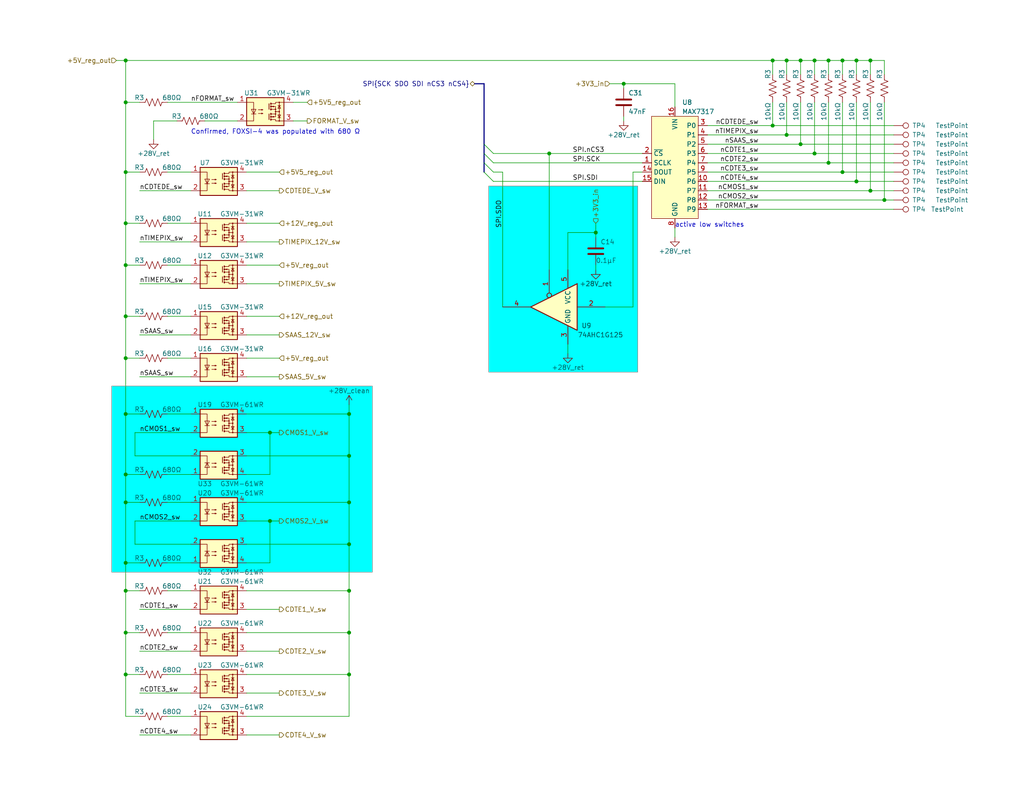
<source format=kicad_sch>
(kicad_sch (version 20230121) (generator eeschema)
  (paper "USLetter")
  (title_block (title "FOXSI-4 Power") (date "2024-10-24") (rev "3") (company "University of Minnesota"))
  (lib_symbols
    (symbol "74xGxx:74AHC1G125"
      (property "Reference" "U" (at -2.54 3.81 0))
      (property "Value" "74AHC1G125" (at 0 -3.81 0))
      (symbol "74AHC1G125_0_1"
        (polyline (pts (xy -7.62 6.35) (xy -7.62 -6.35) (xy 5.08 0) (xy -7.62 6.35)) (stroke (width 0.254)) (fill (type background)))
      )
      (symbol "74AHC1G125_1_1"
        (pin input inverted (at 0 10.16 270) (length 7.62) (name "~") (number "1"))
        (pin input line (at -15.24 0 0) (length 7.62) (name "~") (number "2"))
        (pin power_in line (at -5.08 -10.16 90) (length 5.08) (name "GND") (number "3"))
        (pin tri_state line (at 12.7 0 180) (length 7.62) (name "~") (number "4"))
        (pin power_in line (at -5.08 10.16 270) (length 5.08) (name "VCC") (number "5"))
      )
    )
    (symbol "Connector:TestPoint" (pin_numbers hide) (pin_names (offset 0.762) hide)
      (property "Reference" "TP" (at 0 6.858 0))
      (property "Value" "TestPoint" (at 0 5.08 0))
      (symbol "TestPoint_0_1"
        (circle (center 0 3.302) (radius 0.762))
      )
      (symbol "TestPoint_1_1"
        (pin passive line (at 0 0 90) (length 2.54) (name "1") (number "1"))
      )
    )
    (symbol "Device:C" (pin_numbers hide) (pin_names (offset 0.254))
      (property "Reference" "C" (at 0.635 2.54 0))
      (property "Value" "C" (at 0.635 -2.54 0))
      (symbol "C_0_1"
        (polyline (pts (xy -2.032 -0.762) (xy 2.032 -0.762)) (stroke (width 0.508)))
        (polyline (pts (xy -2.032 0.762) (xy 2.032 0.762)) (stroke (width 0.508)))
      )
      (symbol "C_1_1"
        (pin passive line (at 0 3.81 270) (length 2.794) (name "~") (number "1"))
        (pin passive line (at 0 -3.81 90) (length 2.794) (name "~") (number "2"))
      )
    )
    (symbol "Device:R_US" (pin_numbers hide) (pin_names (offset 0))
      (property "Reference" "R" (at 2.54 0 90))
      (property "Value" "R_US" (at -2.54 0 90))
      (symbol "R_US_0_1"
        (polyline (pts (xy 0 -2.286) (xy 0 -2.54)))
        (polyline (pts (xy 0 2.286) (xy 0 2.54)))
        (polyline (pts (xy 0 -0.762) (xy 1.016 -1.143) (xy 0 -1.524) (xy -1.016 -1.905) (xy 0 -2.286)))
        (polyline (pts (xy 0 0.762) (xy 1.016 0.381) (xy 0 0) (xy -1.016 -0.381) (xy 0 -0.762)))
        (polyline (pts (xy 0 2.286) (xy 1.016 1.905) (xy 0 1.524) (xy -1.016 1.143) (xy 0 0.762)))
      )
      (symbol "R_US_1_1"
        (pin passive line (at 0 3.81 270) (length 1.27) (name "~") (number "1"))
        (pin passive line (at 0 -3.81 90) (length 1.27) (name "~") (number "2"))
      )
    )
    (symbol "Interface_Expansion:MAX7317AEE"
      (property "Reference" "U" (at 2.54 15.24 0))
      (property "Value" "MAX7317" (at 0 0 0))
      (symbol "MAX7317AEE_1_1"
        (rectangle (start -6.35 13.97) (end 6.35 -13.97) (fill (type background)))
        (pin passive line (at -8.89 1.27 0) (length 2.54) (name "SCLK") (number "1"))
        (pin passive line (at 8.89 -3.81 180) (length 2.54) (name "P6") (number "10"))
        (pin passive line (at 8.89 -6.35 180) (length 2.54) (name "P7") (number "11"))
        (pin passive line (at 8.89 -8.89 180) (length 2.54) (name "P8") (number "12"))
        (pin passive line (at 8.89 -11.43 180) (length 2.54) (name "P9") (number "13"))
        (pin passive line (at -8.89 -1.27 0) (length 2.54) (name "DOUT") (number "14"))
        (pin passive line (at -8.89 -3.81 0) (length 2.54) (name "DIN") (number "15"))
        (pin passive line (at 0 16.51 270) (length 2.54) (name "VIN") (number "16"))
        (pin passive line (at -8.89 3.81 0) (length 2.54) (name "~{CS}") (number "2"))
        (pin passive line (at 8.89 11.43 180) (length 2.54) (name "P0") (number "3"))
        (pin passive line (at 8.89 8.89 180) (length 2.54) (name "P1") (number "4"))
        (pin passive line (at 8.89 6.35 180) (length 2.54) (name "P2") (number "5"))
        (pin passive line (at 8.89 3.81 180) (length 2.54) (name "P3") (number "6"))
        (pin passive line (at 8.89 1.27 180) (length 2.54) (name "P4") (number "7"))
        (pin passive line (at 0 -16.51 90) (length 2.54) (name "GND") (number "8"))
        (pin passive line (at 8.89 -1.27 180) (length 2.54) (name "P5") (number "9"))
      )
    )
    (symbol "Relay_SolidState:G3VM-X1WR"
      (property "Reference" "U" (at -5.08 5.08 0))
      (property "Value" "G3VM-X1WR" (at 0 5.08 0))
      (symbol "G3VM-X1WR_0_1"
        (rectangle (start -5.08 3.81) (end 5.08 -3.81) (stroke (width 0.254)) (fill (type background)))
        (polyline (pts (xy -3.81 -0.635) (xy -2.54 -0.635)))
        (polyline (pts (xy 1.016 -0.635) (xy 1.016 -2.159)) (stroke (width 0.2032)))
        (polyline (pts (xy 1.016 2.159) (xy 1.016 0.635)) (stroke (width 0.2032)))
        (polyline (pts (xy 1.524 -0.508) (xy 1.524 -0.762)) (stroke (width 0.3556)))
        (polyline (pts (xy 2.794 0) (xy 3.81 0)))
        (polyline (pts (xy 3.429 -1.651) (xy 4.191 -1.651)))
        (polyline (pts (xy 3.429 1.651) (xy 4.191 1.651)))
        (polyline (pts (xy 3.81 -2.54) (xy 3.81 2.54)))
        (polyline (pts (xy 1.524 -2.032) (xy 1.524 -2.286) (xy 1.524 -2.286)) (stroke (width 0.3556)))
        (polyline (pts (xy 1.524 -1.27) (xy 1.524 -1.524) (xy 1.524 -1.524)) (stroke (width 0.3556)))
        (polyline (pts (xy 1.524 0.762) (xy 1.524 0.508) (xy 1.524 0.508)) (stroke (width 0.3556)))
        (polyline (pts (xy 1.524 1.524) (xy 1.524 1.27) (xy 1.524 1.27)) (stroke (width 0.3556)))
        (polyline (pts (xy 1.524 2.286) (xy 1.524 2.032) (xy 1.524 2.032)) (stroke (width 0.3556)))
        (polyline (pts (xy 1.651 -1.397) (xy 2.794 -1.397) (xy 2.794 -0.635)))
        (polyline (pts (xy 1.651 1.397) (xy 2.794 1.397) (xy 2.794 0.635)))
        (polyline (pts (xy -5.08 2.54) (xy -3.175 2.54) (xy -3.175 -2.54) (xy -5.08 -2.54)))
        (polyline (pts (xy -3.175 -0.635) (xy -3.81 0.635) (xy -2.54 0.635) (xy -3.175 -0.635)))
        (polyline (pts (xy 1.651 -2.159) (xy 2.794 -2.159) (xy 2.794 -2.54) (xy 5.08 -2.54)))
        (polyline (pts (xy 1.651 -0.635) (xy 2.794 -0.635) (xy 2.794 0.635) (xy 1.651 0.635)))
        (polyline (pts (xy 1.651 2.159) (xy 2.794 2.159) (xy 2.794 2.54) (xy 5.08 2.54)))
        (polyline (pts (xy 1.778 -1.397) (xy 2.286 -1.27) (xy 2.286 -1.524) (xy 1.778 -1.397)))
        (polyline (pts (xy 1.778 1.397) (xy 2.286 1.524) (xy 2.286 1.27) (xy 1.778 1.397)))
        (polyline (pts (xy 3.81 -1.651) (xy 3.429 -0.889) (xy 4.191 -0.889) (xy 3.81 -1.651)))
        (polyline (pts (xy 3.81 1.651) (xy 3.429 0.889) (xy 4.191 0.889) (xy 3.81 1.651)))
        (polyline (pts (xy -1.905 -0.508) (xy -0.635 -0.508) (xy -1.016 -0.635) (xy -1.016 -0.381) (xy -0.635 -0.508)))
        (polyline (pts (xy -1.905 0.508) (xy -0.635 0.508) (xy -1.016 0.381) (xy -1.016 0.635) (xy -0.635 0.508)))
        (circle (center 2.794 -0.635) (radius 0.127))
        (circle (center 2.794 0) (radius 0.127))
        (circle (center 2.794 0.635) (radius 0.127))
        (circle (center 3.81 -2.54) (radius 0.127))
        (circle (center 3.81 0) (radius 0.127))
        (circle (center 3.81 2.54) (radius 0.127))
      )
      (symbol "G3VM-X1WR_1_1"
        (pin passive line (at -7.62 2.54 0) (length 2.54) (name "~") (number "1"))
        (pin passive line (at -7.62 -2.54 0) (length 2.54) (name "~") (number "2"))
        (pin passive line (at 7.62 -2.54 180) (length 2.54) (name "~") (number "3"))
        (pin passive line (at 7.62 2.54 180) (length 2.54) (name "~") (number "4"))
      )
    )
    (symbol "power:+28V_clean" (power) (pin_names (offset 0))
      (property "Value" "+28V_clean" (at 0 3.556 0))
      (symbol "+28V_clean_0_1"
        (polyline (pts (xy -0.762 1.27) (xy 0 2.54)))
        (polyline (pts (xy 0 0) (xy 0 2.54)))
        (polyline (pts (xy 0 2.54) (xy 0.762 1.27)))
      )
      (symbol "+28V_clean_1_1"
        (pin power_in line (at 0 0 90) (length 0) hide (name "+28V_clean") (number "1"))
      )
    )
    (symbol "power:+28V_ret" (power) (pin_names (offset 0))
      (property "Value" "+28V_ret" (at 0 -3.81 0))
      (symbol "+28V_ret_0_1"
        (polyline (pts (xy 0 0) (xy 0 -1.27) (xy 1.27 -1.27) (xy 0 -2.54) (xy -1.27 -1.27) (xy 0 -1.27)))
      )
      (symbol "+28V_ret_1_1"
        (pin power_in line (at 0 0 270) (length 0) hide (name "+28V_ret") (number "1"))
      )
    )
  )
  (junction (at 170.18 22.86))
  (junction (at 162.56 63.5))
  (junction (at 34.29 72.39))
  (junction (at 34.29 161.29))
  (junction (at 214.63 36.83))
  (junction (at 34.29 60.96))
  (junction (at 237.49 16.51))
  (junction (at 95.25 161.29))
  (junction (at 226.06 16.51))
  (junction (at 229.87 46.99))
  (junction (at 95.25 148.59))
  (junction (at 34.29 184.15))
  (junction (at 34.29 172.72))
  (junction (at 34.29 86.36))
  (junction (at 34.29 16.51))
  (junction (at 95.25 172.72))
  (junction (at 34.29 129.54))
  (junction (at 34.29 27.94))
  (junction (at 237.49 52.07))
  (junction (at 222.25 16.51))
  (junction (at 222.25 41.91))
  (junction (at 233.68 16.51))
  (junction (at 95.25 124.46))
  (junction (at 95.25 113.03))
  (junction (at 34.29 153.67))
  (junction (at 73.66 118.11))
  (junction (at 229.87 16.51))
  (junction (at 34.29 113.03))
  (junction (at 210.82 34.29))
  (junction (at 95.25 184.15))
  (junction (at 34.29 46.99))
  (junction (at 149.86 41.91))
  (junction (at 34.29 137.16))
  (junction (at 214.63 16.51))
  (junction (at 210.82 16.51))
  (junction (at 95.25 137.16))
  (junction (at 241.3 54.61))
  (junction (at 233.68 49.53))
  (junction (at 218.44 39.37))
  (junction (at 73.66 142.24))
  (junction (at 218.44 16.51))
  (junction (at 34.29 97.79))
  (junction (at 226.06 44.45))
  (bus_entry (at 132.08 39.37) (size 2.54 2.54))
  (bus_entry (at 132.08 44.45) (size 2.54 2.54))
  (bus_entry (at 132.08 46.99) (size 2.54 2.54))
  (bus_entry (at 132.08 41.91) (size 2.54 2.54))
  (wire (pts (xy 67.31 46.99) (xy 76.2 46.99)))
  (wire (pts (xy 193.04 54.61) (xy 241.3 54.61)))
  (wire (pts (xy 34.29 46.99) (xy 38.1 46.99)))
  (wire (pts (xy 73.66 142.24) (xy 76.2 142.24)))
  (wire (pts (xy 134.62 44.45) (xy 175.26 44.45)))
  (wire (pts (xy 34.29 137.16) (xy 38.1 137.16)))
  (wire (pts (xy 34.29 184.15) (xy 34.29 195.58)))
  (wire (pts (xy 193.04 44.45) (xy 226.06 44.45)))
  (wire (pts (xy 170.18 22.86) (xy 170.18 24.13)))
  (wire (pts (xy 38.1 177.8) (xy 52.07 177.8)))
  (wire (pts (xy 162.56 73.66) (xy 162.56 72.39)))
  (wire (pts (xy 45.72 27.94) (xy 64.77 27.94)))
  (wire (pts (xy 193.04 49.53) (xy 233.68 49.53)))
  (wire (pts (xy 149.86 41.91) (xy 175.26 41.91)))
  (wire (pts (xy 154.94 63.5) (xy 162.56 63.5)))
  (wire (pts (xy 95.25 184.15) (xy 95.25 195.58)))
  (wire (pts (xy 34.29 97.79) (xy 38.1 97.79)))
  (bus (pts (xy 132.08 41.91) (xy 132.08 39.37)))
  (wire (pts (xy 241.3 54.61) (xy 243.84 54.61)))
  (wire (pts (xy 241.3 27.94) (xy 241.3 54.61)))
  (wire (pts (xy 31.75 16.51) (xy 34.29 16.51)))
  (wire (pts (xy 80.01 27.94) (xy 83.82 27.94)))
  (wire (pts (xy 34.29 129.54) (xy 34.29 137.16)))
  (wire (pts (xy 38.1 200.66) (xy 52.07 200.66)))
  (wire (pts (xy 45.72 60.96) (xy 52.07 60.96)))
  (wire (pts (xy 45.72 129.54) (xy 52.07 129.54)))
  (wire (pts (xy 222.25 41.91) (xy 243.84 41.91)))
  (wire (pts (xy 34.29 172.72) (xy 38.1 172.72)))
  (wire (pts (xy 241.3 20.32) (xy 241.3 16.51)))
  (wire (pts (xy 34.29 184.15) (xy 38.1 184.15)))
  (wire (pts (xy 67.31 102.87) (xy 76.2 102.87)))
  (wire (pts (xy 34.29 97.79) (xy 34.29 113.03)))
  (wire (pts (xy 45.72 72.39) (xy 52.07 72.39)))
  (wire (pts (xy 34.29 72.39) (xy 38.1 72.39)))
  (wire (pts (xy 45.72 137.16) (xy 52.07 137.16)))
  (wire (pts (xy 222.25 27.94) (xy 222.25 41.91)))
  (wire (pts (xy 34.29 46.99) (xy 34.29 60.96)))
  (wire (pts (xy 67.31 113.03) (xy 95.25 113.03)))
  (wire (pts (xy 67.31 77.47) (xy 76.2 77.47)))
  (wire (pts (xy 184.15 22.86) (xy 184.15 29.21)))
  (wire (pts (xy 38.1 52.07) (xy 52.07 52.07)))
  (bus (pts (xy 132.08 46.99) (xy 132.08 44.45)))
  (wire (pts (xy 233.68 27.94) (xy 233.68 49.53)))
  (wire (pts (xy 45.72 113.03) (xy 52.07 113.03)))
  (wire (pts (xy 34.29 153.67) (xy 34.29 161.29)))
  (wire (pts (xy 73.66 142.24) (xy 73.66 153.67)))
  (wire (pts (xy 36.83 148.59) (xy 52.07 148.59)))
  (wire (pts (xy 233.68 16.51) (xy 233.68 20.32)))
  (wire (pts (xy 67.31 166.37) (xy 76.2 166.37)))
  (wire (pts (xy 95.25 124.46) (xy 95.25 137.16)))
  (wire (pts (xy 226.06 27.94) (xy 226.06 44.45)))
  (wire (pts (xy 73.66 118.11) (xy 76.2 118.11)))
  (wire (pts (xy 222.25 16.51) (xy 218.44 16.51)))
  (wire (pts (xy 80.01 33.02) (xy 83.82 33.02)))
  (wire (pts (xy 193.04 36.83) (xy 214.63 36.83)))
  (wire (pts (xy 34.29 72.39) (xy 34.29 86.36)))
  (wire (pts (xy 34.29 113.03) (xy 38.1 113.03)))
  (wire (pts (xy 34.29 172.72) (xy 34.29 184.15)))
  (wire (pts (xy 73.66 129.54) (xy 67.31 129.54)))
  (wire (pts (xy 36.83 124.46) (xy 52.07 124.46)))
  (wire (pts (xy 193.04 52.07) (xy 237.49 52.07)))
  (wire (pts (xy 45.72 184.15) (xy 52.07 184.15)))
  (wire (pts (xy 162.56 63.5) (xy 162.56 64.77)))
  (wire (pts (xy 241.3 16.51) (xy 237.49 16.51)))
  (wire (pts (xy 45.72 153.67) (xy 52.07 153.67)))
  (wire (pts (xy 67.31 148.59) (xy 95.25 148.59)))
  (wire (pts (xy 95.25 172.72) (xy 95.25 184.15)))
  (wire (pts (xy 149.86 41.91) (xy 149.86 73.66)))
  (wire (pts (xy 229.87 46.99) (xy 243.84 46.99)))
  (wire (pts (xy 73.66 153.67) (xy 67.31 153.67)))
  (wire (pts (xy 233.68 49.53) (xy 243.84 49.53)))
  (wire (pts (xy 184.15 62.23) (xy 184.15 64.77)))
  (wire (pts (xy 34.29 60.96) (xy 38.1 60.96)))
  (wire (pts (xy 218.44 16.51) (xy 218.44 20.32)))
  (wire (pts (xy 214.63 27.94) (xy 214.63 36.83)))
  (wire (pts (xy 36.83 148.59) (xy 36.83 142.24)))
  (wire (pts (xy 34.29 161.29) (xy 34.29 172.72)))
  (wire (pts (xy 237.49 52.07) (xy 243.84 52.07)))
  (wire (pts (xy 67.31 118.11) (xy 73.66 118.11)))
  (wire (pts (xy 134.62 46.99) (xy 137.16 46.99)))
  (wire (pts (xy 67.31 137.16) (xy 95.25 137.16)))
  (wire (pts (xy 222.25 16.51) (xy 222.25 20.32)))
  (wire (pts (xy 237.49 27.94) (xy 237.49 52.07)))
  (wire (pts (xy 193.04 46.99) (xy 229.87 46.99)))
  (wire (pts (xy 73.66 118.11) (xy 73.66 129.54)))
  (wire (pts (xy 45.72 195.58) (xy 52.07 195.58)))
  (wire (pts (xy 45.72 161.29) (xy 52.07 161.29)))
  (wire (pts (xy 237.49 16.51) (xy 233.68 16.51)))
  (wire (pts (xy 34.29 27.94) (xy 34.29 46.99)))
  (wire (pts (xy 34.29 195.58) (xy 38.1 195.58)))
  (wire (pts (xy 134.62 41.91) (xy 149.86 41.91)))
  (wire (pts (xy 170.18 31.75) (xy 170.18 33.02)))
  (wire (pts (xy 233.68 16.51) (xy 229.87 16.51)))
  (wire (pts (xy 34.29 137.16) (xy 34.29 153.67)))
  (wire (pts (xy 45.72 97.79) (xy 52.07 97.79)))
  (wire (pts (xy 38.1 91.44) (xy 52.07 91.44)))
  (wire (pts (xy 229.87 16.51) (xy 226.06 16.51)))
  (wire (pts (xy 67.31 142.24) (xy 73.66 142.24)))
  (wire (pts (xy 172.72 83.82) (xy 172.72 46.99)))
  (wire (pts (xy 210.82 34.29) (xy 243.84 34.29)))
  (wire (pts (xy 34.29 27.94) (xy 38.1 27.94)))
  (wire (pts (xy 34.29 16.51) (xy 34.29 27.94)))
  (wire (pts (xy 67.31 86.36) (xy 76.2 86.36)))
  (wire (pts (xy 38.1 189.23) (xy 52.07 189.23)))
  (wire (pts (xy 134.62 49.53) (xy 175.26 49.53)))
  (wire (pts (xy 36.83 142.24) (xy 52.07 142.24)))
  (wire (pts (xy 214.63 36.83) (xy 243.84 36.83)))
  (wire (pts (xy 67.31 52.07) (xy 76.2 52.07)))
  (wire (pts (xy 218.44 27.94) (xy 218.44 39.37)))
  (wire (pts (xy 38.1 66.04) (xy 52.07 66.04)))
  (wire (pts (xy 45.72 172.72) (xy 52.07 172.72)))
  (wire (pts (xy 45.72 46.99) (xy 52.07 46.99)))
  (wire (pts (xy 193.04 34.29) (xy 210.82 34.29)))
  (wire (pts (xy 67.31 189.23) (xy 76.2 189.23)))
  (wire (pts (xy 34.29 129.54) (xy 38.1 129.54)))
  (wire (pts (xy 226.06 44.45) (xy 243.84 44.45)))
  (wire (pts (xy 38.1 77.47) (xy 52.07 77.47)))
  (wire (pts (xy 237.49 16.51) (xy 237.49 20.32)))
  (wire (pts (xy 154.94 73.66) (xy 154.94 63.5)))
  (wire (pts (xy 34.29 113.03) (xy 34.29 129.54)))
  (bus (pts (xy 129.54 22.86) (xy 132.08 22.86)))
  (wire (pts (xy 95.25 110.49) (xy 95.25 113.03)))
  (wire (pts (xy 137.16 46.99) (xy 137.16 83.82)))
  (wire (pts (xy 67.31 177.8) (xy 76.2 177.8)))
  (wire (pts (xy 218.44 39.37) (xy 243.84 39.37)))
  (wire (pts (xy 34.29 16.51) (xy 210.82 16.51)))
  (wire (pts (xy 34.29 153.67) (xy 38.1 153.67)))
  (wire (pts (xy 95.25 113.03) (xy 95.25 124.46)))
  (wire (pts (xy 193.04 41.91) (xy 222.25 41.91)))
  (wire (pts (xy 154.94 93.98) (xy 154.94 96.52)))
  (wire (pts (xy 214.63 16.51) (xy 214.63 20.32)))
  (wire (pts (xy 67.31 172.72) (xy 95.25 172.72)))
  (wire (pts (xy 38.1 166.37) (xy 52.07 166.37)))
  (wire (pts (xy 170.18 22.86) (xy 184.15 22.86)))
  (wire (pts (xy 34.29 86.36) (xy 34.29 97.79)))
  (bus (pts (xy 132.08 39.37) (xy 132.08 22.86)))
  (wire (pts (xy 95.25 148.59) (xy 95.25 161.29)))
  (wire (pts (xy 172.72 83.82) (xy 165.1 83.82)))
  (wire (pts (xy 67.31 91.44) (xy 76.2 91.44)))
  (wire (pts (xy 210.82 16.51) (xy 210.82 20.32)))
  (wire (pts (xy 193.04 39.37) (xy 218.44 39.37)))
  (wire (pts (xy 48.26 33.02) (xy 41.91 33.02)))
  (wire (pts (xy 38.1 102.87) (xy 52.07 102.87)))
  (wire (pts (xy 172.72 46.99) (xy 175.26 46.99)))
  (wire (pts (xy 193.04 57.15) (xy 243.84 57.15)))
  (wire (pts (xy 162.56 60.96) (xy 162.56 63.5)))
  (wire (pts (xy 67.31 184.15) (xy 95.25 184.15)))
  (wire (pts (xy 67.31 97.79) (xy 76.2 97.79)))
  (wire (pts (xy 67.31 60.96) (xy 76.2 60.96)))
  (wire (pts (xy 95.25 137.16) (xy 95.25 148.59)))
  (wire (pts (xy 95.25 161.29) (xy 95.25 172.72)))
  (wire (pts (xy 229.87 16.51) (xy 229.87 20.32)))
  (wire (pts (xy 229.87 27.94) (xy 229.87 46.99)))
  (wire (pts (xy 210.82 27.94) (xy 210.82 34.29)))
  (wire (pts (xy 67.31 200.66) (xy 76.2 200.66)))
  (wire (pts (xy 36.83 124.46) (xy 36.83 118.11)))
  (wire (pts (xy 214.63 16.51) (xy 210.82 16.51)))
  (wire (pts (xy 36.83 118.11) (xy 52.07 118.11)))
  (wire (pts (xy 226.06 16.51) (xy 222.25 16.51)))
  (wire (pts (xy 67.31 72.39) (xy 76.2 72.39)))
  (bus (pts (xy 132.08 44.45) (xy 132.08 41.91)))
  (wire (pts (xy 166.37 22.86) (xy 170.18 22.86)))
  (wire (pts (xy 45.72 86.36) (xy 52.07 86.36)))
  (wire (pts (xy 67.31 161.29) (xy 95.25 161.29)))
  (wire (pts (xy 34.29 60.96) (xy 34.29 72.39)))
  (wire (pts (xy 41.91 33.02) (xy 41.91 38.1)))
  (wire (pts (xy 218.44 16.51) (xy 214.63 16.51)))
  (wire (pts (xy 67.31 195.58) (xy 95.25 195.58)))
  (wire (pts (xy 226.06 16.51) (xy 226.06 20.32)))
  (wire (pts (xy 67.31 124.46) (xy 95.25 124.46)))
  (wire (pts (xy 67.31 66.04) (xy 76.2 66.04)))
  (wire (pts (xy 34.29 161.29) (xy 38.1 161.29)))
  (wire (pts (xy 55.88 33.02) (xy 64.77 33.02)))
  (wire (pts (xy 34.29 86.36) (xy 38.1 86.36)))
  (rectangle (start 30.48 105.41) (end 101.6 156.21) (stroke (width 0) (color 132 132 132 1)) (fill (type color) (color 0 255 255 1)))
  (rectangle (start 133.35 50.8) (end 173.99 101.6) (stroke (width 0) (color 132 132 132 1)) (fill (type color) (color 0 255 255 1)))
  (text "active low switches" (at 184.15 62.23 0) (effects (font (size 1.27 1.27)) (justify left bottom)))
  (text "Confirmed, FOXSI-4 was populated with 680 Ω" (at 52.07 36.83 0) (effects (font (size 1.27 1.27)) (justify left bottom)))
  (label "nSAAS_sw" (at 207.01 39.37 180))
  (label "nCDTEDE_sw" (at 38.1 52.07 0))
  (label "nCDTE4_sw" (at 38.1 200.66 0))
  (label "nTIMEPIX_sw" (at 207.01 36.83 180))
  (label "nSAAS_sw" (at 38.1 102.87 0))
  (label "nSAAS_sw" (at 38.1 91.44 0))
  (label "SPI.nCS3" (at 156.21 41.91 0))
  (label "nCDTE3_sw" (at 38.1 189.23 0))
  (label "nTIMEPIX_sw" (at 38.1 66.04 0))
  (label "nCDTE3_sw" (at 207.01 46.99 180))
  (label "nTIMEPIX_sw" (at 38.1 77.47 0))
  (label "SPI.SDO" (at 137.16 62.23 90))
  (label "nCDTEDE_sw" (at 207.01 34.29 180))
  (label "nCDTE1_sw" (at 38.1 166.37 0))
  (label "nCMOS1_sw" (at 207.01 52.07 180))
  (label "nFORMAT_sw" (at 52.07 27.94 0))
  (label "SPI.SCK" (at 156.21 44.45 0))
  (label "nCDTE4_sw" (at 207.01 49.53 180))
  (label "nCMOS2_sw" (at 207.01 54.61 180))
  (label "nCDTE2_sw" (at 207.01 44.45 180))
  (label "nCMOS2_sw" (at 38.1 142.24 0))
  (label "nCDTE2_sw" (at 38.1 177.8 0))
  (label "nCDTE1_sw" (at 207.01 41.91 180))
  (label "nFORMAT_sw" (at 207.01 57.15 180))
  (label "nCMOS1_sw" (at 38.1 118.11 0))
  (label "SPI.SDI" (at 156.21 49.53 0))
  (hierarchical_label "+5V5_reg_out" (shape input) (at 76.2 46.99 0))
  (hierarchical_label "CMOS2_V_sw" (shape output) (at 76.2 142.24 0))
  (hierarchical_label "+5V5_reg_out" (shape input) (at 83.82 27.94 0))
  (hierarchical_label "TIMEPIX_12V_sw" (shape output) (at 76.2 66.04 0))
  (hierarchical_label "+12V_reg_out" (shape input) (at 76.2 86.36 0))
  (hierarchical_label "CMOS1_V_sw" (shape output) (at 76.2 118.11 0))
  (hierarchical_label "SPI{SCK SDO SDI nCS3 nCS4}" (shape bidirectional) (at 129.54 22.86 180))
  (hierarchical_label "+5V_reg_out" (shape input) (at 76.2 97.79 0))
  (hierarchical_label "CDTE2_V_sw" (shape output) (at 76.2 177.8 0))
  (hierarchical_label "+5V_reg_out" (shape input) (at 31.75 16.51 180))
  (hierarchical_label "CDTE4_V_sw" (shape output) (at 76.2 200.66 0))
  (hierarchical_label "CDTE3_V_sw" (shape output) (at 76.2 189.23 0))
  (hierarchical_label "+5V_reg_out" (shape input) (at 76.2 72.39 0))
  (hierarchical_label "TIMEPIX_5V_sw" (shape output) (at 76.2 77.47 0))
  (hierarchical_label "+12V_reg_out" (shape input) (at 76.2 60.96 0))
  (hierarchical_label "CDTE1_V_sw" (shape output) (at 76.2 166.37 0))
  (hierarchical_label "FORMAT_V_sw" (shape output) (at 83.82 33.02 0))
  (hierarchical_label "SAAS_12V_sw" (shape output) (at 76.2 91.44 0))
  (hierarchical_label "+3V3_in" (shape input) (at 162.56 60.96 90))
  (hierarchical_label "+3V3_in" (shape input) (at 166.37 22.86 180))
  (hierarchical_label "SAAS_5V_sw" (shape output) (at 76.2 102.87 0))
  (hierarchical_label "CDTEDE_V_sw" (shape output) (at 76.2 52.07 0))
  (symbol (lib_id "power:+28V_ret") (at 41.91 38.1 0) (unit 1)
    (property "Reference" "#PWR09" (effects hide))
    (property "Value" "+28V_ret" (at 41.91 41.91 0))
    (instances (project "power" (path "" (reference "#PWR09") (unit 1)) (path "" (reference "#PWR039") (unit 1))))
  )
  (symbol (lib_id "Connector:TestPoint") (at 243.84 39.37 270) (unit 1)
    (property "Reference" "TP4" (at 248.92 39.37 90) (effects (justify left)))
    (property "Value" "TestPoint" (at 255.27 39.37 90) (effects (justify left)))
    (property "Footprint" "TestPoint:TestPoint_THTPad_D1.5mm_Drill0.7mm" (effects hide))
    (instances (project "power" (path "" (reference "TP4") (unit 1)) (path "" (reference "TP16") (unit 1))))
  )
  (symbol (lib_id "Device:R_US") (at 41.91 137.16 90) (unit 1)
    (property "Reference" "R3" (at 39.37 135.89 90) (effects (justify left)))
    (property "Value" "680Ω" (at 49.53 135.89 90) (effects (justify left)))
    (property "Footprint" "Resistor_SMD:R_0603_1608Metric" (effects hide))
    (instances (project "power" (path "" (reference "R3") (unit 1)) (path "" (reference "R20") (unit 1))))
  )
  (symbol (lib_id "Device:C") (at 170.18 27.94 0) (unit 1)
    (property "Reference" "C31" (at 171.45 25.4 0) (effects (justify left)))
    (property "Value" "47nF" (at 171.45 30.48 0) (effects (justify left)))
    (property "Footprint" "Resistor_SMD:R_0603_1608Metric" (effects hide))
    (instances (project "power" (path "" (reference "C31") (unit 1)) (path "" (reference "C33") (unit 1)) (path "" (reference "C38") (unit 1))))
  )
  (symbol (lib_id "power:+28V_ret") (at 162.56 73.66 0) (unit 1)
    (property "Reference" "#PWR09" (effects hide))
    (property "Value" "+28V_ret" (at 162.56 77.47 0))
    (instances (project "power" (path "" (reference "#PWR09") (unit 1)) (path "" (reference "#PWR041") (unit 1))))
  )
  (symbol (lib_id "Device:C") (at 162.56 68.58 0) (unit 1)
    (property "Reference" "C14" (at 163.83 66.04 0) (effects (justify left)))
    (property "Value" "0.1µF" (at 162.56 71.12 0) (effects (justify left)))
    (property "Footprint" "Resistor_SMD:R_0603_1608Metric" (effects hide))
    (instances (project "power" (path "" (reference "C14") (unit 1)) (path "" (reference "C67") (unit 1))))
  )
  (symbol (lib_id "Device:R_US") (at 41.91 97.79 90) (unit 1)
    (property "Reference" "R3" (at 39.37 96.52 90) (effects (justify left)))
    (property "Value" "680Ω" (at 49.53 96.52 90) (effects (justify left)))
    (property "Footprint" "Resistor_SMD:R_0603_1608Metric" (effects hide))
    (instances (project "power" (path "" (reference "R3") (unit 1)) (path "" (reference "R18") (unit 1))))
  )
  (symbol (lib_id "Device:R_US") (at 52.07 33.02 90) (unit 1)
    (property "Reference" "R3" (at 49.53 31.75 90) (effects (justify left)))
    (property "Value" "680Ω" (at 59.69 31.75 90) (effects (justify left)))
    (property "Footprint" "Resistor_SMD:R_0603_1608Metric" (effects hide))
    (instances (project "power" (path "" (reference "R3") (unit 1)) (path "" (reference "R14") (unit 1))))
  )
  (symbol (lib_id "Device:R_US") (at 41.91 86.36 90) (unit 1)
    (property "Reference" "R3" (at 39.37 85.09 90) (effects (justify left)))
    (property "Value" "680Ω" (at 49.53 85.09 90) (effects (justify left)))
    (property "Footprint" "Resistor_SMD:R_0603_1608Metric" (effects hide))
    (instances (project "power" (path "" (reference "R3") (unit 1)) (path "" (reference "R17") (unit 1))))
  )
  (symbol (lib_id "Device:R_US") (at 41.91 184.15 90) (unit 1)
    (property "Reference" "R3" (at 39.37 182.88 90) (effects (justify left)))
    (property "Value" "680Ω" (at 49.53 182.88 90) (effects (justify left)))
    (property "Footprint" "Resistor_SMD:R_0603_1608Metric" (effects hide))
    (instances (project "power" (path "" (reference "R3") (unit 1)) (path "" (reference "R23") (unit 1))))
  )
  (symbol (lib_id "Device:R_US") (at 41.91 153.67 90) (unit 1)
    (property "Reference" "R3" (at 39.37 152.4 90) (effects (justify left)))
    (property "Value" "680Ω" (at 49.53 152.4 90) (effects (justify left)))
    (property "Footprint" "Resistor_SMD:R_0603_1608Metric" (effects hide))
    (instances (project "power" (path "" (reference "R3") (unit 1)) (path "" (reference "R28") (unit 1))))
  )
  (symbol (lib_id "Relay_SolidState:G3VM-X1WR") (at 59.69 151.13 0) (mirror x) (unit 1)
    (property "Reference" "U32" (at 55.88 156.21 0))
    (property "Value" "G3VM-61WR" (at 66.04 156.21 0))
    (property "Footprint" "Package_DFN_QFN:LDFN-4_2.1x3.4mm" (effects hide))
    (property "Datasheet" "https://omronfs.omron.com/en_US/ecb/products/pdf/k334-e1.pdf" (effects hide))
    (property "Digikey" "39-G3VM-31WR(TR05)CT-ND" (effects hide))
  )
  (symbol (lib_id "Connector:TestPoint") (at 243.84 36.83 270) (unit 1)
    (property "Reference" "TP4" (at 248.92 36.83 90) (effects (justify left)))
    (property "Value" "TestPoint" (at 255.27 36.83 90) (effects (justify left)))
    (property "Footprint" "TestPoint:TestPoint_THTPad_D1.5mm_Drill0.7mm" (effects hide))
    (instances (project "power" (path "" (reference "TP4") (unit 1)) (path "" (reference "TP15") (unit 1))))
  )
  (symbol (lib_id "Device:R_US") (at 226.06 24.13 0) (unit 1)
    (property "Reference" "R3" (at 224.79 21.59 90) (effects (justify left)))
    (property "Value" "10kΩ" (at 224.79 33.02 90) (effects (justify left)))
    (property "Footprint" "Resistor_SMD:R_0603_1608Metric" (effects hide))
    (instances (project "power" (path "" (reference "R3") (unit 1)) (path "" (reference "R33") (unit 1))))
  )
  (symbol (lib_id "Relay_SolidState:G3VM-X1WR") (at 59.69 175.26 0) (unit 1)
    (property "Reference" "U22" (at 55.88 170.18 0))
    (property "Value" "G3VM-61WR" (at 66.04 170.18 0))
    (property "Footprint" "Package_DFN_QFN:LDFN-4_2.1x3.4mm" (effects hide))
    (property "Datasheet" "https://omronfs.omron.com/en_US/ecb/products/pdf/k334-e1.pdf" (effects hide))
    (property "Digikey" "39-G3VM-31WR(TR05)CT-ND" (effects hide))
  )
  (symbol (lib_id "Device:R_US") (at 41.91 27.94 90) (unit 1)
    (property "Reference" "R3" (at 39.37 26.67 90) (effects (justify left)))
    (property "Value" "680Ω" (at 49.53 26.67 90) (effects (justify left)))
    (property "Footprint" "Resistor_SMD:R_0603_1608Metric" (effects hide))
    (instances (project "power" (path "" (reference "R3") (unit 1)) (path "" (reference "R26") (unit 1))))
  )
  (symbol (lib_id "Device:R_US") (at 41.91 60.96 90) (unit 1)
    (property "Reference" "R3" (at 39.37 59.69 90) (effects (justify left)))
    (property "Value" "680Ω" (at 49.53 59.69 90) (effects (justify left)))
    (property "Footprint" "Resistor_SMD:R_0603_1608Metric" (effects hide))
    (instances (project "power" (path "" (reference "R3") (unit 1)) (path "" (reference "R15") (unit 1))))
  )
  (symbol (lib_id "Device:R_US") (at 41.91 195.58 90) (unit 1)
    (property "Reference" "R3" (at 39.37 194.31 90) (effects (justify left)))
    (property "Value" "680Ω" (at 49.53 194.31 90) (effects (justify left)))
    (property "Footprint" "Resistor_SMD:R_0603_1608Metric" (effects hide))
    (instances (project "power" (path "" (reference "R3") (unit 1)) (path "" (reference "R24") (unit 1))))
  )
  (symbol (lib_id "Relay_SolidState:G3VM-X1WR") (at 59.69 63.5 0) (unit 1)
    (property "Reference" "U11" (at 55.88 58.42 0))
    (property "Value" "G3VM-31WR" (at 66.04 58.42 0))
    (property "Footprint" "Package_DFN_QFN:LDFN-4_2.1x3.4mm" (effects hide))
    (property "Datasheet" "https://omronfs.omron.com/en_US/ecb/products/pdf/k334-e1.pdf" (effects hide))
    (property "Digikey" "39-G3VM-31WR(TR05)CT-ND" (effects hide))
  )
  (symbol (lib_id "Device:R_US") (at 229.87 24.13 0) (unit 1)
    (property "Reference" "R3" (at 228.6 21.59 90) (effects (justify left)))
    (property "Value" "10kΩ" (at 228.6 33.02 90) (effects (justify left)))
    (property "Footprint" "Resistor_SMD:R_0603_1608Metric" (effects hide))
    (instances (project "power" (path "" (reference "R3") (unit 1)) (path "" (reference "R34") (unit 1))))
  )
  (symbol (lib_id "Connector:TestPoint") (at 243.84 49.53 270) (unit 1)
    (property "Reference" "TP4" (at 248.92 49.53 90) (effects (justify left)))
    (property "Value" "TestPoint" (at 255.27 49.53 90) (effects (justify left)))
    (property "Footprint" "TestPoint:TestPoint_THTPad_D1.5mm_Drill0.7mm" (effects hide))
    (instances (project "power" (path "" (reference "TP4") (unit 1)) (path "" (reference "TP20") (unit 1))))
  )
  (symbol (lib_id "power:+28V_ret") (at 154.94 96.52 0) (unit 1)
    (property "Reference" "#PWR09" (effects hide))
    (property "Value" "+28V_ret" (at 154.94 100.33 0))
    (instances (project "power" (path "" (reference "#PWR09") (unit 1)) (path "" (reference "#PWR023") (unit 1))))
  )
  (symbol (lib_id "Connector:TestPoint") (at 243.84 34.29 270) (unit 1)
    (property "Reference" "TP4" (at 248.92 34.29 90) (effects (justify left)))
    (property "Value" "TestPoint" (at 255.27 34.29 90) (effects (justify left)))
    (property "Footprint" "TestPoint:TestPoint_THTPad_D1.5mm_Drill0.7mm" (effects hide))
    (instances (project "power" (path "" (reference "TP4") (unit 1)) (path "" (reference "TP14") (unit 1))))
  )
  (symbol (lib_id "Connector:TestPoint") (at 243.84 54.61 270) (unit 1)
    (property "Reference" "TP4" (at 248.92 54.61 90) (effects (justify left)))
    (property "Value" "TestPoint" (at 255.27 54.61 90) (effects (justify left)))
    (property "Footprint" "TestPoint:TestPoint_THTPad_D1.5mm_Drill0.7mm" (effects hide))
    (instances (project "power" (path "" (reference "TP4") (unit 1)) (path "" (reference "TP22") (unit 1))))
  )
  (symbol (lib_id "Relay_SolidState:G3VM-X1WR") (at 72.39 30.48 0) (unit 1)
    (property "Reference" "U31" (at 68.58 25.4 0))
    (property "Value" "G3VM-31WR" (at 78.74 25.4 0))
    (property "Footprint" "Package_DFN_QFN:LDFN-4_2.1x3.4mm" (effects hide))
    (property "Datasheet" "https://omronfs.omron.com/en_US/ecb/products/pdf/k334-e1.pdf" (effects hide))
    (property "Digikey" "39-G3VM-31WR(TR05)CT-ND" (effects hide))
  )
  (symbol (lib_id "Connector:TestPoint") (at 243.84 57.15 270) (unit 1)
    (property "Reference" "TP4" (at 248.92 57.15 90) (effects (justify left)))
    (property "Value" "TestPoint" (at 254 57.15 90) (effects (justify left)))
    (property "Footprint" "TestPoint:TestPoint_THTPad_D1.5mm_Drill0.7mm" (effects hide))
    (instances (project "power" (path "" (reference "TP4") (unit 1)) (path "" (reference "TP8") (unit 1))))
  )
  (symbol (lib_id "Device:R_US") (at 241.3 24.13 0) (unit 1)
    (property "Reference" "R3" (at 240.03 21.59 90) (effects (justify left)))
    (property "Value" "10kΩ" (at 240.03 33.02 90) (effects (justify left)))
    (property "Footprint" "Resistor_SMD:R_0603_1608Metric" (effects hide))
    (instances (project "power" (path "" (reference "R3") (unit 1)) (path "" (reference "R37") (unit 1))))
  )
  (symbol (lib_id "Relay_SolidState:G3VM-X1WR") (at 59.69 74.93 0) (unit 1)
    (property "Reference" "U12" (at 55.88 69.85 0))
    (property "Value" "G3VM-31WR" (at 66.04 69.85 0))
    (property "Footprint" "Package_DFN_QFN:LDFN-4_2.1x3.4mm" (effects hide))
    (property "Datasheet" "https://omronfs.omron.com/en_US/ecb/products/pdf/k334-e1.pdf" (effects hide))
    (property "Digikey" "39-G3VM-31WR(TR05)CT-ND" (effects hide))
  )
  (symbol (lib_id "Connector:TestPoint") (at 243.84 46.99 270) (unit 1)
    (property "Reference" "TP4" (at 248.92 46.99 90) (effects (justify left)))
    (property "Value" "TestPoint" (at 255.27 46.99 90) (effects (justify left)))
    (property "Footprint" "TestPoint:TestPoint_THTPad_D1.5mm_Drill0.7mm" (effects hide))
    (instances (project "power" (path "" (reference "TP4") (unit 1)) (path "" (reference "TP19") (unit 1))))
  )
  (symbol (lib_id "power:+28V_ret") (at 184.15 64.77 0) (unit 1)
    (property "Reference" "#PWR09" (effects hide))
    (property "Value" "+28V_ret" (at 184.15 68.58 0))
    (instances (project "power" (path "" (reference "#PWR09") (unit 1)) (path "" (reference "#PWR025") (unit 1))))
  )
  (symbol (lib_id "Interface_Expansion:MAX7317AEE") (at 184.15 45.72 0) (unit 1)
    (property "Reference" "U8" (at 186.1059 27.94 0) (effects (justify left)))
    (property "Value" "MAX7317" (at 186.1059 30.48 0) (effects (justify left)))
    (property "Footprint" "Package_SO:QSOP-16_3.9x4.9mm_P0.635mm" (effects hide))
    (property "Datasheet" "https://www.analog.com/media/en/technical-documentation/data-sheets/MAX7317.pdf" (effects hide))
    (property "Digikey" "MAX7317AEE+TCT-ND" (effects hide))
  )
  (symbol (lib_id "Relay_SolidState:G3VM-X1WR") (at 59.69 139.7 0) (unit 1)
    (property "Reference" "U20" (at 55.88 134.62 0))
    (property "Value" "G3VM-61WR" (at 66.04 134.62 0))
    (property "Footprint" "Package_DFN_QFN:LDFN-4_2.1x3.4mm" (effects hide))
    (property "Datasheet" "https://omronfs.omron.com/en_US/ecb/products/pdf/k334-e1.pdf" (effects hide))
    (property "Digikey" "39-G3VM-31WR(TR05)CT-ND" (effects hide))
  )
  (symbol (lib_id "Device:R_US") (at 237.49 24.13 0) (unit 1)
    (property "Reference" "R3" (at 236.22 21.59 90) (effects (justify left)))
    (property "Value" "10kΩ" (at 236.22 33.02 90) (effects (justify left)))
    (property "Footprint" "Resistor_SMD:R_0603_1608Metric" (effects hide))
    (instances (project "power" (path "" (reference "R3") (unit 1)) (path "" (reference "R36") (unit 1))))
  )
  (symbol (lib_id "Device:R_US") (at 41.91 113.03 90) (unit 1)
    (property "Reference" "R3" (at 39.37 111.76 90) (effects (justify left)))
    (property "Value" "680Ω" (at 49.53 111.76 90) (effects (justify left)))
    (property "Footprint" "Resistor_SMD:R_0603_1608Metric" (effects hide))
    (instances (project "power" (path "" (reference "R3") (unit 1)) (path "" (reference "R19") (unit 1))))
  )
  (symbol (lib_id "Device:R_US") (at 41.91 172.72 90) (unit 1)
    (property "Reference" "R3" (at 39.37 171.45 90) (effects (justify left)))
    (property "Value" "680Ω" (at 49.53 171.45 90) (effects (justify left)))
    (property "Footprint" "Resistor_SMD:R_0603_1608Metric" (effects hide))
    (instances (project "power" (path "" (reference "R3") (unit 1)) (path "" (reference "R22") (unit 1))))
  )
  (symbol (lib_id "Relay_SolidState:G3VM-X1WR") (at 59.69 186.69 0) (unit 1)
    (property "Reference" "U23" (at 55.88 181.61 0))
    (property "Value" "G3VM-61WR" (at 66.04 181.61 0))
    (property "Footprint" "Package_DFN_QFN:LDFN-4_2.1x3.4mm" (effects hide))
    (property "Datasheet" "https://omronfs.omron.com/en_US/ecb/products/pdf/k334-e1.pdf" (effects hide))
    (property "Digikey" "39-G3VM-31WR(TR05)CT-ND" (effects hide))
  )
  (symbol (lib_id "Relay_SolidState:G3VM-X1WR") (at 59.69 163.83 0) (unit 1)
    (property "Reference" "U21" (at 55.88 158.75 0))
    (property "Value" "G3VM-61WR" (at 66.04 158.75 0))
    (property "Footprint" "Package_DFN_QFN:LDFN-4_2.1x3.4mm" (effects hide))
    (property "Datasheet" "https://omronfs.omron.com/en_US/ecb/products/pdf/k334-e1.pdf" (effects hide))
    (property "Digikey" "39-G3VM-31WR(TR05)CT-ND" (effects hide))
  )
  (symbol (lib_id "power:+28V_ret") (at 170.18 33.02 0) (unit 1)
    (property "Reference" "#PWR09" (effects hide))
    (property "Value" "+28V_ret" (at 170.18 36.83 0))
    (instances (project "power" (path "" (reference "#PWR09") (unit 1)) (path "" (reference "#PWR024") (unit 1))))
  )
  (symbol (lib_id "Device:R_US") (at 233.68 24.13 0) (unit 1)
    (property "Reference" "R3" (at 232.41 21.59 90) (effects (justify left)))
    (property "Value" "10kΩ" (at 232.41 33.02 90) (effects (justify left)))
    (property "Footprint" "Resistor_SMD:R_0603_1608Metric" (effects hide))
    (instances (project "power" (path "" (reference "R3") (unit 1)) (path "" (reference "R35") (unit 1))))
  )
  (symbol (lib_id "Relay_SolidState:G3VM-X1WR") (at 59.69 49.53 0) (unit 1)
    (property "Reference" "U7" (at 55.88 44.45 0))
    (property "Value" "G3VM-31WR" (at 66.04 44.45 0))
    (property "Footprint" "Package_DFN_QFN:LDFN-4_2.1x3.4mm" (effects hide))
    (property "Datasheet" "https://omronfs.omron.com/en_US/ecb/products/pdf/k334-e1.pdf" (effects hide))
    (property "Digikey" "39-G3VM-31WR(TR05)CT-ND" (effects hide))
  )
  (symbol (lib_id "Relay_SolidState:G3VM-X1WR") (at 59.69 88.9 0) (unit 1)
    (property "Reference" "U15" (at 55.88 83.82 0))
    (property "Value" "G3VM-31WR" (at 66.04 83.82 0))
    (property "Footprint" "Package_DFN_QFN:LDFN-4_2.1x3.4mm" (effects hide))
    (property "Datasheet" "https://omronfs.omron.com/en_US/ecb/products/pdf/k334-e1.pdf" (effects hide))
    (property "Digikey" "39-G3VM-31WR(TR05)CT-ND" (effects hide))
  )
  (symbol (lib_id "74xGxx:74AHC1G125") (at 149.86 83.82 0) (mirror y) (unit 1)
    (property "Reference" "U9" (at 160.02 88.9 0))
    (property "Value" "74AHC1G125" (at 163.83 91.44 0))
    (property "Footprint" "Package_TO_SOT_SMD:SOT-23-5" (effects hide))
    (property "Datasheet" "https://www.ti.com/lit/ds/symlink/sn74ahc1g125.pdf?HQS=dis-dk-null-digikeymode-dsf-pf-null-wwe&ts=1728530943311" (effects hide))
  )
  (symbol (lib_id "Relay_SolidState:G3VM-X1WR") (at 59.69 127 0) (mirror x) (unit 1)
    (property "Reference" "U33" (at 55.88 132.08 0))
    (property "Value" "G3VM-61WR" (at 66.04 132.08 0))
    (property "Footprint" "Package_DFN_QFN:LDFN-4_2.1x3.4mm" (effects hide))
    (property "Datasheet" "https://omronfs.omron.com/en_US/ecb/products/pdf/k334-e1.pdf" (effects hide))
    (property "Digikey" "39-G3VM-31WR(TR05)CT-ND" (effects hide))
  )
  (symbol (lib_id "Connector:TestPoint") (at 243.84 44.45 270) (unit 1)
    (property "Reference" "TP4" (at 248.92 44.45 90) (effects (justify left)))
    (property "Value" "TestPoint" (at 255.27 44.45 90) (effects (justify left)))
    (property "Footprint" "TestPoint:TestPoint_THTPad_D1.5mm_Drill0.7mm" (effects hide))
    (instances (project "power" (path "" (reference "TP4") (unit 1)) (path "" (reference "TP18") (unit 1))))
  )
  (symbol (lib_id "Device:R_US") (at 41.91 72.39 90) (unit 1)
    (property "Reference" "R3" (at 39.37 71.12 90) (effects (justify left)))
    (property "Value" "680Ω" (at 49.53 71.12 90) (effects (justify left)))
    (property "Footprint" "Resistor_SMD:R_0603_1608Metric" (effects hide))
    (instances (project "power" (path "" (reference "R3") (unit 1)) (path "" (reference "R16") (unit 1))))
  )
  (symbol (lib_id "Connector:TestPoint") (at 243.84 52.07 270) (unit 1)
    (property "Reference" "TP4" (at 248.92 52.07 90) (effects (justify left)))
    (property "Value" "TestPoint" (at 255.27 52.07 90) (effects (justify left)))
    (property "Footprint" "TestPoint:TestPoint_THTPad_D1.5mm_Drill0.7mm" (effects hide))
    (instances (project "power" (path "" (reference "TP4") (unit 1)) (path "" (reference "TP21") (unit 1))))
  )
  (symbol (lib_id "Connector:TestPoint") (at 243.84 41.91 270) (unit 1)
    (property "Reference" "TP4" (at 248.92 41.91 90) (effects (justify left)))
    (property "Value" "TestPoint" (at 255.27 41.91 90) (effects (justify left)))
    (property "Footprint" "TestPoint:TestPoint_THTPad_D1.5mm_Drill0.7mm" (effects hide))
    (instances (project "power" (path "" (reference "TP4") (unit 1)) (path "" (reference "TP17") (unit 1))))
  )
  (symbol (lib_id "Device:R_US") (at 222.25 24.13 0) (unit 1)
    (property "Reference" "R3" (at 220.98 21.59 90) (effects (justify left)))
    (property "Value" "10kΩ" (at 220.98 33.02 90) (effects (justify left)))
    (property "Footprint" "Resistor_SMD:R_0603_1608Metric" (effects hide))
    (instances (project "power" (path "" (reference "R3") (unit 1)) (path "" (reference "R32") (unit 1))))
  )
  (symbol (lib_id "Device:R_US") (at 210.82 24.13 0) (unit 1)
    (property "Reference" "R3" (at 209.55 21.59 90) (effects (justify left)))
    (property "Value" "10kΩ" (at 209.55 33.02 90) (effects (justify left)))
    (property "Footprint" "Resistor_SMD:R_0603_1608Metric" (effects hide))
    (instances (project "power" (path "" (reference "R3") (unit 1)) (path "" (reference "R29") (unit 1))))
  )
  (symbol (lib_id "Device:R_US") (at 41.91 129.54 90) (unit 1)
    (property "Reference" "R3" (at 39.37 128.27 90) (effects (justify left)))
    (property "Value" "680Ω" (at 49.53 128.27 90) (effects (justify left)))
    (property "Footprint" "Resistor_SMD:R_0603_1608Metric" (effects hide))
    (instances (project "power" (path "" (reference "R3") (unit 1)) (path "" (reference "R27") (unit 1))))
  )
  (symbol (lib_id "Device:R_US") (at 41.91 46.99 90) (unit 1)
    (property "Reference" "R3" (at 39.37 45.72 90) (effects (justify left)))
    (property "Value" "680Ω" (at 49.53 45.72 90) (effects (justify left)))
    (property "Footprint" "Resistor_SMD:R_0603_1608Metric" (effects hide))
    (instances (project "power" (path "" (reference "R3") (unit 1)) (path "" (reference "R13") (unit 1))))
  )
  (symbol (lib_id "Relay_SolidState:G3VM-X1WR") (at 59.69 198.12 0) (unit 1)
    (property "Reference" "U24" (at 55.88 193.04 0))
    (property "Value" "G3VM-61WR" (at 66.04 193.04 0))
    (property "Footprint" "Package_DFN_QFN:LDFN-4_2.1x3.4mm" (effects hide))
    (property "Datasheet" "https://omronfs.omron.com/en_US/ecb/products/pdf/k334-e1.pdf" (effects hide))
    (property "Digikey" "39-G3VM-31WR(TR05)CT-ND" (effects hide))
  )
  (symbol (lib_id "Relay_SolidState:G3VM-X1WR") (at 59.69 100.33 0) (unit 1)
    (property "Reference" "U16" (at 55.88 95.25 0))
    (property "Value" "G3VM-31WR" (at 66.04 95.25 0))
    (property "Footprint" "Package_DFN_QFN:LDFN-4_2.1x3.4mm" (effects hide))
    (property "Datasheet" "https://omronfs.omron.com/en_US/ecb/products/pdf/k334-e1.pdf" (effects hide))
    (property "Digikey" "39-G3VM-31WR(TR05)CT-ND" (effects hide))
  )
  (symbol (lib_id "Device:R_US") (at 41.91 161.29 90) (unit 1)
    (property "Reference" "R3" (at 39.37 160.02 90) (effects (justify left)))
    (property "Value" "680Ω" (at 49.53 160.02 90) (effects (justify left)))
    (property "Footprint" "Resistor_SMD:R_0603_1608Metric" (effects hide))
    (instances (project "power" (path "" (reference "R3") (unit 1)) (path "" (reference "R21") (unit 1))))
  )
  (symbol (lib_id "Relay_SolidState:G3VM-X1WR") (at 59.69 115.57 0) (unit 1)
    (property "Reference" "U19" (at 55.88 110.49 0))
    (property "Value" "G3VM-61WR" (at 66.04 110.49 0))
    (property "Footprint" "Package_DFN_QFN:LDFN-4_2.1x3.4mm" (effects hide))
    (property "Datasheet" "https://omronfs.omron.com/en_US/ecb/products/pdf/k334-e1.pdf" (effects hide))
    (property "Digikey" "39-G3VM-31WR(TR05)CT-ND" (effects hide))
  )
  (symbol (lib_id "Device:R_US") (at 218.44 24.13 0) (unit 1)
    (property "Reference" "R3" (at 217.17 21.59 90) (effects (justify left)))
    (property "Value" "10kΩ" (at 217.17 33.02 90) (effects (justify left)))
    (property "Footprint" "Resistor_SMD:R_0603_1608Metric" (effects hide))
    (instances (project "power" (path "" (reference "R3") (unit 1)) (path "" (reference "R31") (unit 1))))
  )
  (symbol (lib_id "Device:R_US") (at 214.63 24.13 0) (unit 1)
    (property "Reference" "R3" (at 213.36 21.59 90) (effects (justify left)))
    (property "Value" "10kΩ" (at 213.36 33.02 90) (effects (justify left)))
    (property "Footprint" "Resistor_SMD:R_0603_1608Metric" (effects hide))
    (instances (project "power" (path "" (reference "R3") (unit 1)) (path "" (reference "R30") (unit 1))))
  )
  (symbol (lib_id "power:+28V_clean") (at 95.25 110.49 0) (unit 1)
    (property "Reference" "#PWR06" (effects hide))
    (property "Value" "+28V_clean" (at 95.25 106.68 0))
    (instances (project "power" (path "" (reference "#PWR06") (unit 1)) (path "" (reference "#PWR037") (unit 1))))
  )
)
</source>
